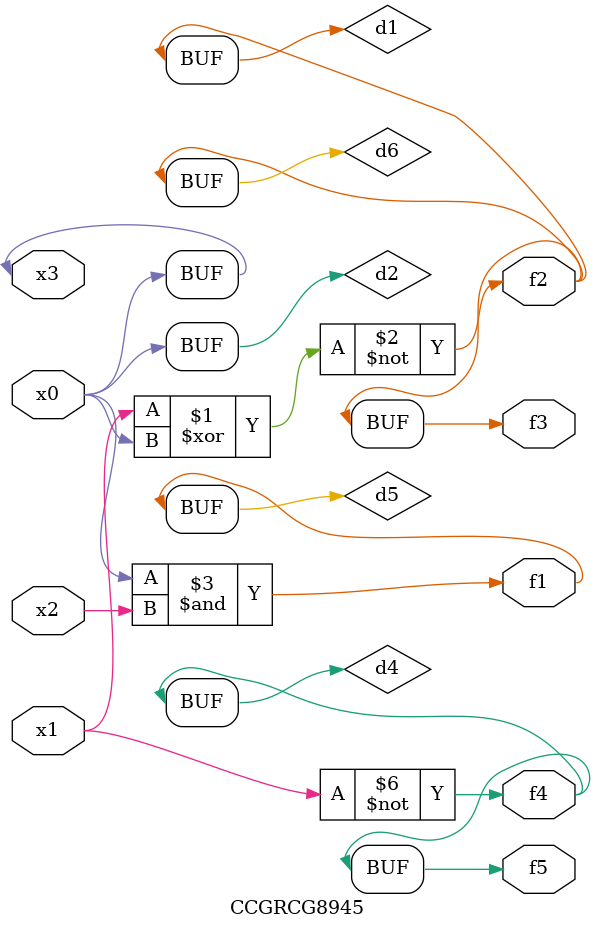
<source format=v>
module CCGRCG8945(
	input x0, x1, x2, x3,
	output f1, f2, f3, f4, f5
);

	wire d1, d2, d3, d4, d5, d6;

	xnor (d1, x1, x3);
	buf (d2, x0, x3);
	nand (d3, x0, x2);
	not (d4, x1);
	nand (d5, d3);
	or (d6, d1);
	assign f1 = d5;
	assign f2 = d6;
	assign f3 = d6;
	assign f4 = d4;
	assign f5 = d4;
endmodule

</source>
